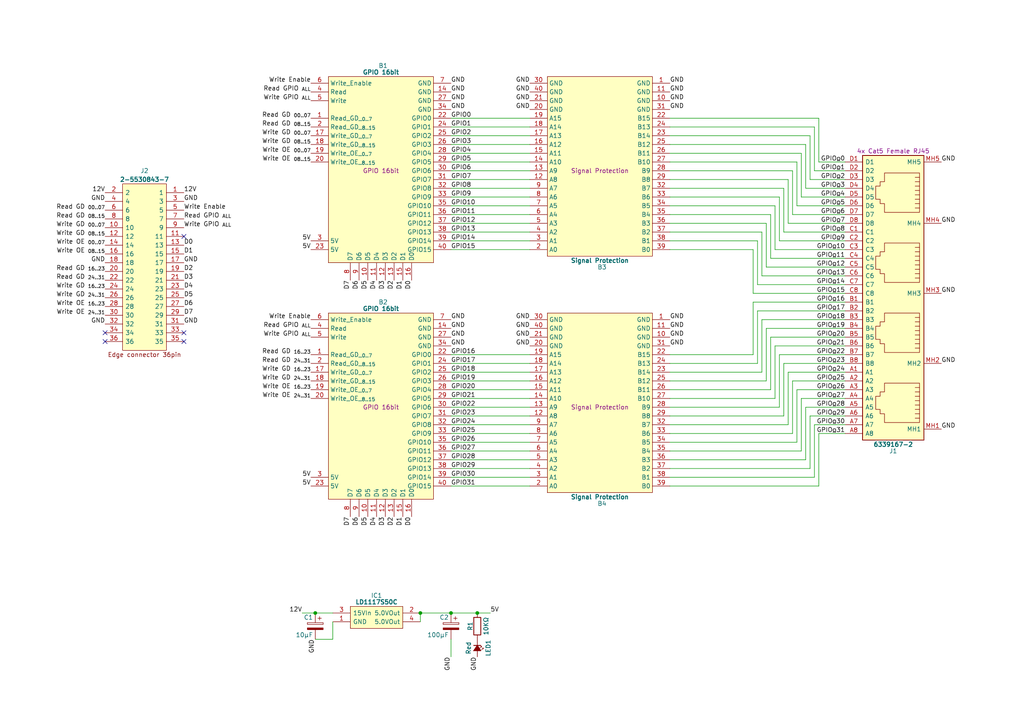
<source format=kicad_sch>
(kicad_sch (version 20231120) (generator "eeschema") (generator_version "8.0")
  (paper "A4")
  (title_block (title "GPIO 32bit Board") (date "2025-04-24") (rev "V1"))
  (lib_symbols
    (symbol "HCP65:C_Radial_D4.0mm_P2.00mm" (pin_numbers hide) (pin_names (offset 0.254))
      (property "Reference" "C" (at 0.635 2.54 0))
      (property "Value" "?μF" (at 0.635 -2.54 0))
      (symbol "C_Radial_D4.0mm_P2.00mm_0_1"
        (rectangle (start -2.286 0.508) (end 2.286 1.016))
        (polyline (pts (xy -1.778 2.286) (xy -0.762 2.286)))
        (polyline (pts (xy -1.27 2.794) (xy -1.27 1.778)))
        (rectangle (start 2.286 -0.508) (end -2.286 -1.016) (fill (type outline)))
      )
      (symbol "C_Radial_D4.0mm_P2.00mm_1_1"
        (pin passive line (at 0 3.81 270) (length 2.794) (name "~") (number "1"))
        (pin passive line (at 0 -3.81 90) (length 2.794) (name "~") (number "2"))
      )
    )
    (symbol "HCP65:GPIO_16bit"
      (property "Reference" "B" (at 15.875 5.08 0))
      (property "Value" "GPIO 16bit" (at 15.24 3.175 0))
      (property "Description" "GPIO 16bit" (at 15.24 -25.4 0))
      (symbol "GPIO_16bit_0_1"
        (polyline (pts (xy 0 1.905) (xy 30.48 1.905) (xy 30.48 -52.07) (xy 0 -52.07) (xy 0 1.905)) (stroke (width 0.1524)) (fill (type background)))
      )
      (symbol "GPIO_16bit_1_0"
        (pin tri_state line (at 35.56 -30.48 180) (length 5.08) (name "GPIO8") (number "32"))
        (pin tri_state line (at 35.56 -33.02 180) (length 5.08) (name "GPIO9") (number "33"))
        (pin passive line (at 35.56 -7.62 180) (length 5.08) (name "GND") (number "34"))
        (pin tri_state line (at 35.56 -35.56 180) (length 5.08) (name "GPIO10") (number "35"))
        (pin tri_state line (at 35.56 -38.1 180) (length 5.08) (name "GPIO11") (number "36"))
        (pin tri_state line (at 35.56 -40.64 180) (length 5.08) (name "GPIO12") (number "37"))
        (pin tri_state line (at 35.56 -43.18 180) (length 5.08) (name "GPIO13") (number "38"))
        (pin tri_state line (at 35.56 -45.72 180) (length 5.08) (name "GPIO14") (number "39"))
      )
      (symbol "GPIO_16bit_1_1"
        (pin input line (at -5.08 -10.16 0) (length 5.08) (name "Read_GD__{0..7}") (number "1"))
        (pin tri_state line (at 11.43 -57.15 90) (length 5.08) (name "D5") (number "10"))
        (pin tri_state line (at 13.97 -57.15 90) (length 5.08) (name "D4") (number "11"))
        (pin tri_state line (at 16.51 -57.15 90) (length 5.08) (name "D3") (number "12"))
        (pin tri_state line (at 19.05 -57.15 90) (length 5.08) (name "D2") (number "13"))
        (pin passive line (at 35.56 -2.54 180) (length 5.08) (name "GND") (number "14"))
        (pin tri_state line (at 21.59 -57.15 90) (length 5.08) (name "D1") (number "15"))
        (pin tri_state line (at 24.13 -57.15 90) (length 5.08) (name "D0") (number "16"))
        (pin input line (at -5.08 -15.24 0) (length 5.08) (name "Write_GD__{0..7}") (number "17"))
        (pin input line (at -5.08 -17.78 0) (length 5.08) (name "Write_GD__{8..15}") (number "18"))
        (pin input line (at -5.08 -20.32 0) (length 5.08) (name "Write_OE__{0..7}") (number "19"))
        (pin input line (at -5.08 -12.7 0) (length 5.08) (name "Read_GD__{8..15}") (number "2"))
        (pin input line (at -5.08 -22.86 0) (length 5.08) (name "Write_OE__{8..15}") (number "20"))
        (pin no_connect line (at -5.08 -43.18 0) (length 5.08) hide (name "N.C.") (number "21"))
        (pin tri_state line (at 35.56 -10.16 180) (length 5.08) (name "GPIO0") (number "22"))
        (pin passive line (at -5.08 -48.26 0) (length 5.08) (name "5V") (number "23"))
        (pin tri_state line (at 35.56 -12.7 180) (length 5.08) (name "GPIO1") (number "24"))
        (pin tri_state line (at 35.56 -15.24 180) (length 5.08) (name "GPIO2") (number "25"))
        (pin tri_state line (at 35.56 -17.78 180) (length 5.08) (name "GPIO3") (number "26"))
        (pin passive line (at 35.56 -5.08 180) (length 5.08) (name "GND") (number "27"))
        (pin tri_state line (at 35.56 -20.32 180) (length 5.08) (name "GPIO4") (number "28"))
        (pin tri_state line (at 35.56 -22.86 180) (length 5.08) (name "GPIO5") (number "29"))
        (pin passive line (at -5.08 -45.72 0) (length 5.08) (name "5V") (number "3"))
        (pin tri_state line (at 35.56 -25.4 180) (length 5.08) (name "GPIO6") (number "30"))
        (pin tri_state line (at 35.56 -27.94 180) (length 5.08) (name "GPIO7") (number "31"))
        (pin input line (at -5.08 -2.54 0) (length 5.08) (name "Read") (number "4"))
        (pin tri_state line (at 35.56 -48.26 180) (length 5.08) (name "GPIO15") (number "40"))
        (pin input line (at -5.08 -5.08 0) (length 5.08) (name "Write") (number "5"))
        (pin input line (at -5.08 0 0) (length 5.08) (name "Write_Enable") (number "6"))
        (pin passive line (at 35.56 0 180) (length 5.08) (name "GND") (number "7"))
        (pin tri_state line (at 6.35 -57.15 90) (length 5.08) (name "D7") (number "8"))
        (pin tri_state line (at 8.89 -57.15 90) (length 5.08) (name "D6") (number "9"))
      )
    )
    (symbol "HCP65:LED" (pin_numbers hide) (pin_names (offset 0.254) hide)
      (property "Reference" "LED" (at 0 3.175 0))
      (property "Value" "Colour" (at 0 -2.54 0))
      (symbol "LED_0_1"
        (polyline (pts (xy -0.762 -1.016) (xy -0.762 1.016)) (stroke (width 0.254)))
        (polyline (pts (xy 0.762 -1.016) (xy -0.762 0) (xy 0.762 1.016) (xy 0.762 -1.016)) (stroke (width 0.254)) (fill (type outline)))
        (polyline (pts (xy 0 0.762) (xy -0.508 1.27) (xy -0.254 1.27) (xy -0.508 1.27) (xy -0.508 1.016)))
        (polyline (pts (xy 0.508 1.27) (xy 0 1.778) (xy 0.254 1.778) (xy 0 1.778) (xy 0 1.524)))
      )
      (symbol "LED_1_1"
        (pin passive line (at -2.54 0 0) (length 1.778) (name "K") (number "1"))
        (pin passive line (at 2.54 0 180) (length 1.778) (name "A") (number "2"))
      )
    )
    (symbol "HCP65:R_Axial_D1.6mm_P5.08mm" (pin_numbers hide) (pin_names (offset 0))
      (property "Reference" "R" (at 3.81 2.032 0))
      (property "Value" "?Ω" (at 3.81 -2.286 0))
      (symbol "R_Axial_D1.6mm_P5.08mm_0_1"
        (rectangle (start 6.35 -1.016) (end 1.27 1.016) (stroke (width 0.254)))
      )
      (symbol "R_Axial_D1.6mm_P5.08mm_1_1"
        (pin passive line (at 0 0 0) (length 1.27) (name "~") (number "1"))
        (pin passive line (at 7.62 0 180) (length 1.27) (name "~") (number "2"))
      )
    )
    (symbol "HCP65:Signal_Protection"
      (property "Reference" "B" (at 15.875 5.08 0))
      (property "Value" "Signal Protection" (at 15.24 3.175 0))
      (property "Description" "Signal Protection" (at 15.24 -22.86 0))
      (symbol "Signal_Protection_0_1"
        (polyline (pts (xy 0 1.905) (xy 30.48 1.905) (xy 30.48 -50.165) (xy 0 -50.165) (xy 0 1.905)) (stroke (width 0.1524)) (fill (type background)))
      )
      (symbol "Signal_Protection_1_0"
        (pin passive line (at 35.56 -17.78 180) (length 5.08) (name "B7") (number "32"))
        (pin passive line (at 35.56 0 180) (length 5.08) (name "B0") (number "39"))
        (pin passive line (at -5.08 -45.72 0) (length 5.08) (name "GND") (number "40"))
      )
      (symbol "Signal_Protection_1_1"
        (pin passive line (at 35.56 -48.26 180) (length 5.08) (name "GND") (number "1"))
        (pin passive line (at 35.56 -43.18 180) (length 5.08) (name "GND") (number "10"))
        (pin passive line (at 35.56 -45.72 180) (length 5.08) (name "GND") (number "11"))
        (pin passive line (at -5.08 -20.32 0) (length 5.08) (name "A8") (number "12"))
        (pin passive line (at -5.08 -22.86 0) (length 5.08) (name "A9") (number "13"))
        (pin passive line (at -5.08 -25.4 0) (length 5.08) (name "A10") (number "14"))
        (pin passive line (at -5.08 -27.94 0) (length 5.08) (name "A11") (number "15"))
        (pin passive line (at -5.08 -30.48 0) (length 5.08) (name "A12") (number "16"))
        (pin passive line (at -5.08 -33.02 0) (length 5.08) (name "A13") (number "17"))
        (pin passive line (at -5.08 -35.56 0) (length 5.08) (name "A14") (number "18"))
        (pin passive line (at -5.08 -38.1 0) (length 5.08) (name "A15") (number "19"))
        (pin passive line (at -5.08 0 0) (length 5.08) (name "A0") (number "2"))
        (pin passive line (at -5.08 -40.64 0) (length 5.08) (name "GND") (number "20"))
        (pin passive line (at -5.08 -43.18 0) (length 5.08) (name "GND") (number "21"))
        (pin passive line (at 35.56 -38.1 180) (length 5.08) (name "B15") (number "22"))
        (pin passive line (at 35.56 -33.02 180) (length 5.08) (name "B14") (number "23"))
        (pin passive line (at 35.56 -35.56 180) (length 5.08) (name "B13") (number "24"))
        (pin passive line (at 35.56 -30.48 180) (length 5.08) (name "B12") (number "25"))
        (pin passive line (at 35.56 -27.94 180) (length 5.08) (name "B11") (number "26"))
        (pin passive line (at 35.56 -25.4 180) (length 5.08) (name "B10") (number "27"))
        (pin passive line (at 35.56 -22.86 180) (length 5.08) (name "B9") (number "28"))
        (pin passive line (at 35.56 -20.32 180) (length 5.08) (name "B8") (number "29"))
        (pin passive line (at -5.08 -2.54 0) (length 5.08) (name "A1") (number "3"))
        (pin passive line (at -5.08 -48.26 0) (length 5.08) (name "GND") (number "30"))
        (pin passive line (at 35.56 -40.64 180) (length 5.08) (name "GND") (number "31"))
        (pin passive line (at 35.56 -15.24 180) (length 5.08) (name "B6") (number "33"))
        (pin passive line (at 35.56 -12.7 180) (length 5.08) (name "B5") (number "34"))
        (pin passive line (at 35.56 -10.16 180) (length 5.08) (name "B4") (number "35"))
        (pin passive line (at 35.56 -7.62 180) (length 5.08) (name "B3") (number "36"))
        (pin passive line (at 35.56 -5.08 180) (length 5.08) (name "B2") (number "37"))
        (pin passive line (at 35.56 -2.54 180) (length 5.08) (name "B1") (number "38"))
        (pin passive line (at -5.08 -5.08 0) (length 5.08) (name "A2") (number "4"))
        (pin passive line (at -5.08 -7.62 0) (length 5.08) (name "A3") (number "5"))
        (pin passive line (at -5.08 -10.16 0) (length 5.08) (name "A4") (number "6"))
        (pin passive line (at -5.08 -12.7 0) (length 5.08) (name "A5") (number "7"))
        (pin passive line (at -5.08 -15.24 0) (length 5.08) (name "A6") (number "8"))
        (pin passive line (at -5.08 -17.78 0) (length 5.08) (name "A7") (number "9"))
      )
    )
    (symbol "ST_Microelectronics:LD1117S50C" (pin_names (offset 0.762))
      (property "Reference" "IC" (at 7.62 5.08 0))
      (property "Value" "LD1117S50C" (at 7.62 3.175 0))
      (symbol "LD1117S50C_0_0"
        (pin passive line (at -5.08 -2.54 0) (length 5.08) (name "GND") (number "1"))
      )
      (symbol "LD1117S50C_0_1"
        (polyline (pts (xy 0 1.905) (xy 15.24 1.905) (xy 15.24 -4.445) (xy 0 -4.445) (xy 0 1.905)) (stroke (width 0.1524)) (fill (type background)))
      )
      (symbol "LD1117S50C_1_0"
        (pin passive line (at 20.32 0 180) (length 5.08) (name "5.0VOut") (number "2"))
        (pin passive line (at -5.08 0 0) (length 5.08) (name "15VIn") (number "3"))
        (pin passive line (at 20.32 -2.54 180) (length 5.08) (name "5.0VOut") (number "4"))
      )
    )
    (symbol "TE_Connectivity:2-5530843-7" (pin_names (offset 0.762))
      (property "Reference" "J" (at 11.43 6.35 0))
      (property "Value" "2-5530843-7" (at 11.43 3.81 0))
      (symbol "2-5530843-7_0_0"
        (pin passive line (at 0 0 0) (length 5.08) (name "1") (number "1"))
        (pin passive line (at 22.86 -10.16 180) (length 5.08) (name "10") (number "10"))
        (pin passive line (at 0 -12.7 0) (length 5.08) (name "11") (number "11"))
        (pin passive line (at 22.86 -12.7 180) (length 5.08) (name "12") (number "12"))
        (pin passive line (at 0 -15.24 0) (length 5.08) (name "13") (number "13"))
        (pin passive line (at 22.86 -15.24 180) (length 5.08) (name "14") (number "14"))
        (pin passive line (at 0 -17.78 0) (length 5.08) (name "15") (number "15"))
        (pin passive line (at 22.86 -17.78 180) (length 5.08) (name "16") (number "16"))
        (pin passive line (at 0 -20.32 0) (length 5.08) (name "17") (number "17"))
        (pin passive line (at 22.86 -20.32 180) (length 5.08) (name "18") (number "18"))
        (pin passive line (at 0 -22.86 0) (length 5.08) (name "19") (number "19"))
        (pin passive line (at 22.86 0 180) (length 5.08) (name "2") (number "2"))
        (pin passive line (at 22.86 -22.86 180) (length 5.08) (name "20") (number "20"))
        (pin passive line (at 0 -25.4 0) (length 5.08) (name "21") (number "21"))
        (pin passive line (at 22.86 -25.4 180) (length 5.08) (name "22") (number "22"))
        (pin passive line (at 0 -27.94 0) (length 5.08) (name "23") (number "23"))
        (pin passive line (at 22.86 -27.94 180) (length 5.08) (name "24") (number "24"))
        (pin passive line (at 0 -30.48 0) (length 5.08) (name "25") (number "25"))
        (pin passive line (at 22.86 -30.48 180) (length 5.08) (name "26") (number "26"))
        (pin passive line (at 0 -33.02 0) (length 5.08) (name "27") (number "27"))
        (pin passive line (at 22.86 -33.02 180) (length 5.08) (name "28") (number "28"))
        (pin passive line (at 0 -35.56 0) (length 5.08) (name "29") (number "29"))
        (pin passive line (at 0 -2.54 0) (length 5.08) (name "3") (number "3"))
        (pin passive line (at 22.86 -35.56 180) (length 5.08) (name "30") (number "30"))
        (pin passive line (at 0 -38.1 0) (length 5.08) (name "31") (number "31"))
        (pin passive line (at 22.86 -38.1 180) (length 5.08) (name "32") (number "32"))
        (pin passive line (at 0 -40.64 0) (length 5.08) (name "33") (number "33"))
        (pin passive line (at 22.86 -40.64 180) (length 5.08) (name "34") (number "34"))
        (pin passive line (at 0 -43.18 0) (length 5.08) (name "35") (number "35"))
        (pin passive line (at 22.86 -43.18 180) (length 5.08) (name "36") (number "36"))
        (pin passive line (at 22.86 -2.54 180) (length 5.08) (name "4") (number "4"))
        (pin passive line (at 0 -5.08 0) (length 5.08) (name "5") (number "5"))
        (pin passive line (at 22.86 -5.08 180) (length 5.08) (name "6") (number "6"))
        (pin passive line (at 0 -7.62 0) (length 5.08) (name "7") (number "7"))
        (pin passive line (at 22.86 -7.62 180) (length 5.08) (name "8") (number "8"))
        (pin passive line (at 0 -10.16 0) (length 5.08) (name "9") (number "9"))
      )
      (symbol "2-5530843-7_1_1"
        (polyline (pts (xy 5.08 2.54) (xy 17.78 2.54) (xy 17.78 -45.72) (xy 5.08 -45.72) (xy 5.08 2.54)) (stroke (width 0.1524)) (fill (type background)))
        (text "Edge connector 36pin" (at 11.43 -46.99 0) (effects (font (size 1.27 1.27))))
      )
    )
    (symbol "TE_Connectivity:6339167-2" (pin_names (offset 0.762))
      (property "Reference" "J" (at -13.97 5.08 0))
      (property "Value" "6339167-2" (at -13.97 3.175 0))
      (property "Description" "4x Cat5 Female RJ45" (at -13.97 -81.915 0))
      (symbol "6339167-2_0_0"
        (pin passive line (at 0 -17.78 180) (length 5.08) (name "A1") (number "A1"))
        (pin passive line (at 0 -15.24 180) (length 5.08) (name "A2") (number "A2"))
        (pin passive line (at 0 -12.7 180) (length 5.08) (name "A3") (number "A3"))
        (pin passive line (at 0 -10.16 180) (length 5.08) (name "A4") (number "A4"))
        (pin passive line (at 0 -7.62 180) (length 5.08) (name "A5") (number "A5"))
        (pin passive line (at 0 -5.08 180) (length 5.08) (name "A6") (number "A6"))
        (pin passive line (at 0 -2.54 180) (length 5.08) (name "A7") (number "A7"))
        (pin passive line (at 0 0 180) (length 5.08) (name "A8") (number "A8"))
        (pin passive line (at 0 -38.1 180) (length 5.08) (name "B1") (number "B1"))
        (pin passive line (at 0 -35.56 180) (length 5.08) (name "B2") (number "B2"))
        (pin passive line (at 0 -33.02 180) (length 5.08) (name "B3") (number "B3"))
        (pin passive line (at 0 -30.48 180) (length 5.08) (name "B4") (number "B4"))
        (pin passive line (at 0 -27.94 180) (length 5.08) (name "B5") (number "B5"))
        (pin passive line (at 0 -25.4 180) (length 5.08) (name "B6") (number "B6"))
        (pin passive line (at 0 -22.86 180) (length 5.08) (name "B7") (number "B7"))
        (pin passive line (at 0 -20.32 180) (length 5.08) (name "B8") (number "B8"))
        (pin passive line (at 0 -58.42 180) (length 5.08) (name "C1") (number "C1"))
        (pin passive line (at 0 -55.88 180) (length 5.08) (name "C2") (number "C2"))
        (pin passive line (at 0 -53.34 180) (length 5.08) (name "C3") (number "C3"))
        (pin passive line (at 0 -50.8 180) (length 5.08) (name "C4") (number "C4"))
        (pin passive line (at 0 -48.26 180) (length 5.08) (name "C5") (number "C5"))
        (pin passive line (at 0 -45.72 180) (length 5.08) (name "C6") (number "C6"))
        (pin passive line (at 0 -43.18 180) (length 5.08) (name "C7") (number "C7"))
        (pin passive line (at 0 -40.64 180) (length 5.08) (name "C8") (number "C8"))
        (pin passive line (at 0 -78.74 180) (length 5.08) (name "D1") (number "D1"))
        (pin passive line (at 0 -76.2 180) (length 5.08) (name "D2") (number "D2"))
        (pin passive line (at 0 -73.66 180) (length 5.08) (name "D3") (number "D3"))
        (pin passive line (at 0 -71.12 180) (length 5.08) (name "D4") (number "D4"))
        (pin passive line (at 0 -68.58 180) (length 5.08) (name "D5") (number "D5"))
        (pin passive line (at 0 -66.04 180) (length 5.08) (name "D6") (number "D6"))
        (pin passive line (at 0 -63.5 180) (length 5.08) (name "D7") (number "D7"))
        (pin passive line (at 0 -60.96 180) (length 5.08) (name "D8") (number "D8"))
        (pin passive line (at -27.94 -1.27 0) (length 5.08) (name "MH1") (number "MH1"))
        (pin passive line (at -27.94 -20.32 0) (length 5.08) (name "MH2") (number "MH2"))
        (pin passive line (at -27.94 -40.64 0) (length 5.08) (name "MH3") (number "MH3"))
        (pin passive line (at -27.94 -60.96 0) (length 5.08) (name "MH4") (number "MH4"))
        (pin passive line (at -27.94 -78.74 0) (length 5.08) (name "MH5") (number "MH5"))
      )
      (symbol "6339167-2_0_1"
        (rectangle (start -22.86 1.905) (end -5.08 -80.645) (stroke (width 0.254)) (fill (type background)))
        (polyline (pts (xy -20.32 -66.675) (xy -21.59 -66.675)))
        (polyline (pts (xy -20.32 -65.405) (xy -21.59 -65.405)))
        (polyline (pts (xy -20.32 -46.355) (xy -21.59 -46.355)))
        (polyline (pts (xy -20.32 -45.085) (xy -21.59 -45.085)))
        (polyline (pts (xy -20.32 -26.035) (xy -21.59 -26.035)))
        (polyline (pts (xy -20.32 -24.765) (xy -21.59 -24.765)))
        (polyline (pts (xy -20.32 -5.715) (xy -21.59 -5.715)))
        (polyline (pts (xy -20.32 -4.445) (xy -21.59 -4.445)))
        (polyline (pts (xy -21.59 -74.295) (xy -20.32 -74.295) (xy -20.32 -74.295)))
        (polyline (pts (xy -21.59 -73.025) (xy -20.32 -73.025) (xy -20.32 -73.025)))
        (polyline (pts (xy -21.59 -71.755) (xy -20.32 -71.755) (xy -20.32 -71.755)))
        (polyline (pts (xy -21.59 -70.485) (xy -20.32 -70.485) (xy -20.32 -70.485)))
        (polyline (pts (xy -21.59 -69.215) (xy -20.32 -69.215) (xy -20.32 -69.215)))
        (polyline (pts (xy -21.59 -53.975) (xy -20.32 -53.975) (xy -20.32 -53.975)))
        (polyline (pts (xy -21.59 -52.705) (xy -20.32 -52.705) (xy -20.32 -52.705)))
        (polyline (pts (xy -21.59 -51.435) (xy -20.32 -51.435) (xy -20.32 -51.435)))
        (polyline (pts (xy -21.59 -50.165) (xy -20.32 -50.165) (xy -20.32 -50.165)))
        (polyline (pts (xy -21.59 -48.895) (xy -20.32 -48.895) (xy -20.32 -48.895)))
        (polyline (pts (xy -21.59 -33.655) (xy -20.32 -33.655) (xy -20.32 -33.655)))
        (polyline (pts (xy -21.59 -32.385) (xy -20.32 -32.385) (xy -20.32 -32.385)))
        (polyline (pts (xy -21.59 -31.115) (xy -20.32 -31.115) (xy -20.32 -31.115)))
        (polyline (pts (xy -21.59 -29.845) (xy -20.32 -29.845) (xy -20.32 -29.845)))
        (polyline (pts (xy -21.59 -28.575) (xy -20.32 -28.575) (xy -20.32 -28.575)))
        (polyline (pts (xy -21.59 -13.335) (xy -20.32 -13.335) (xy -20.32 -13.335)))
        (polyline (pts (xy -21.59 -12.065) (xy -20.32 -12.065) (xy -20.32 -12.065)))
        (polyline (pts (xy -21.59 -10.795) (xy -20.32 -10.795) (xy -20.32 -10.795)))
        (polyline (pts (xy -21.59 -9.525) (xy -20.32 -9.525) (xy -20.32 -9.525)))
        (polyline (pts (xy -21.59 -8.255) (xy -20.32 -8.255) (xy -20.32 -8.255)))
        (polyline (pts (xy -20.32 -67.945) (xy -21.59 -67.945) (xy -21.59 -67.945)))
        (polyline (pts (xy -20.32 -47.625) (xy -21.59 -47.625) (xy -21.59 -47.625)))
        (polyline (pts (xy -20.32 -27.305) (xy -21.59 -27.305) (xy -21.59 -27.305)))
        (polyline (pts (xy -20.32 -6.985) (xy -21.59 -6.985) (xy -21.59 -6.985)))
        (polyline (pts (xy -21.59 -75.565) (xy -21.59 -64.135) (xy -11.43 -64.135) (xy -11.43 -66.675) (xy -10.16 -66.675) (xy -10.16 -67.945) (xy -8.89 -67.945) (xy -8.89 -71.755) (xy -10.16 -71.755) (xy -10.16 -73.025) (xy -11.43 -73.025) (xy -11.43 -75.565) (xy -21.59 -75.565) (xy -21.59 -75.565)))
        (polyline (pts (xy -21.59 -55.245) (xy -21.59 -43.815) (xy -11.43 -43.815) (xy -11.43 -46.355) (xy -10.16 -46.355) (xy -10.16 -47.625) (xy -8.89 -47.625) (xy -8.89 -51.435) (xy -10.16 -51.435) (xy -10.16 -52.705) (xy -11.43 -52.705) (xy -11.43 -55.245) (xy -21.59 -55.245) (xy -21.59 -55.245)))
        (polyline (pts (xy -21.59 -34.925) (xy -21.59 -23.495) (xy -11.43 -23.495) (xy -11.43 -26.035) (xy -10.16 -26.035) (xy -10.16 -27.305) (xy -8.89 -27.305) (xy -8.89 -31.115) (xy -10.16 -31.115) (xy -10.16 -32.385) (xy -11.43 -32.385) (xy -11.43 -34.925) (xy -21.59 -34.925) (xy -21.59 -34.925)))
        (polyline (pts (xy -21.59 -14.605) (xy -21.59 -3.175) (xy -11.43 -3.175) (xy -11.43 -5.715) (xy -10.16 -5.715) (xy -10.16 -6.985) (xy -8.89 -6.985) (xy -8.89 -10.795) (xy -10.16 -10.795) (xy -10.16 -12.065) (xy -11.43 -12.065) (xy -11.43 -14.605) (xy -21.59 -14.605) (xy -21.59 -14.605)))
      )
    )
  )
  (junction (at 91.44 177.8))
  (junction (at 130.81 177.8))
  (junction (at 121.92 177.8))
  (junction (at 138.43 177.8))
  (no_connect (at 53.34 68.58))
  (no_connect (at 30.48 96.52))
  (no_connect (at 53.34 99.06))
  (no_connect (at 53.34 96.52))
  (no_connect (at 30.48 99.06))
  (wire (pts (xy 87.63 177.8) (xy 91.44 177.8)))
  (wire (pts (xy 130.81 185.42) (xy 130.81 190.5)))
  (wire (pts (xy 153.67 110.49) (xy 130.81 110.49)))
  (wire (pts (xy 228.6 64.77) (xy 228.6 52.07)))
  (wire (pts (xy 229.87 110.49) (xy 229.87 125.73)))
  (wire (pts (xy 194.31 39.37) (xy 234.95 39.37)))
  (wire (pts (xy 228.6 107.95) (xy 228.6 123.19)))
  (wire (pts (xy 194.31 41.91) (xy 233.68 41.91)))
  (wire (pts (xy 223.52 97.79) (xy 223.52 113.03)))
  (wire (pts (xy 236.22 49.53) (xy 236.22 36.83)))
  (wire (pts (xy 237.49 125.73) (xy 237.49 140.97)))
  (wire (pts (xy 153.67 118.11) (xy 130.81 118.11)))
  (wire (pts (xy 194.31 113.03) (xy 223.52 113.03)))
  (wire (pts (xy 153.67 64.77) (xy 130.81 64.77)))
  (wire (pts (xy 194.31 34.29) (xy 237.49 34.29)))
  (wire (pts (xy 194.31 54.61) (xy 227.33 54.61)))
  (wire (pts (xy 219.71 90.17) (xy 245.11 90.17)))
  (wire (pts (xy 153.67 105.41) (xy 130.81 105.41)))
  (wire (pts (xy 194.31 36.83) (xy 236.22 36.83)))
  (wire (pts (xy 153.67 133.35) (xy 130.81 133.35)))
  (wire (pts (xy 227.33 105.41) (xy 227.33 120.65)))
  (wire (pts (xy 234.95 120.65) (xy 245.11 120.65)))
  (wire (pts (xy 130.81 107.95) (xy 153.67 107.95)))
  (wire (pts (xy 153.67 41.91) (xy 130.81 41.91)))
  (wire (pts (xy 229.87 62.23) (xy 229.87 49.53)))
  (wire (pts (xy 231.14 59.69) (xy 245.11 59.69)))
  (wire (pts (xy 231.14 113.03) (xy 231.14 128.27)))
  (wire (pts (xy 229.87 62.23) (xy 245.11 62.23)))
  (wire (pts (xy 219.71 82.55) (xy 245.11 82.55)))
  (wire (pts (xy 194.31 46.99) (xy 231.14 46.99)))
  (wire (pts (xy 233.68 118.11) (xy 233.68 133.35)))
  (wire (pts (xy 233.68 118.11) (xy 245.11 118.11)))
  (wire (pts (xy 121.92 177.8) (xy 130.81 177.8)))
  (wire (pts (xy 194.31 128.27) (xy 231.14 128.27)))
  (wire (pts (xy 194.31 118.11) (xy 226.06 118.11)))
  (wire (pts (xy 222.25 95.25) (xy 222.25 110.49)))
  (wire (pts (xy 153.67 102.87) (xy 130.81 102.87)))
  (wire (pts (xy 236.22 123.19) (xy 236.22 138.43)))
  (wire (pts (xy 222.25 77.47) (xy 245.11 77.47)))
  (wire (pts (xy 153.67 62.23) (xy 130.81 62.23)))
  (wire (pts (xy 194.31 72.39) (xy 218.44 72.39)))
  (wire (pts (xy 234.95 120.65) (xy 234.95 135.89)))
  (wire (pts (xy 138.43 177.8) (xy 142.24 177.8)))
  (wire (pts (xy 233.68 54.61) (xy 233.68 41.91)))
  (wire (pts (xy 232.41 57.15) (xy 232.41 44.45)))
  (wire (pts (xy 218.44 85.09) (xy 245.11 85.09)))
  (wire (pts (xy 237.49 46.99) (xy 245.11 46.99)))
  (wire (pts (xy 194.31 69.85) (xy 219.71 69.85)))
  (wire (pts (xy 194.31 105.41) (xy 219.71 105.41)))
  (wire (pts (xy 153.67 67.31) (xy 130.81 67.31)))
  (wire (pts (xy 231.14 113.03) (xy 245.11 113.03)))
  (wire (pts (xy 194.31 57.15) (xy 226.06 57.15)))
  (wire (pts (xy 222.25 77.47) (xy 222.25 64.77)))
  (wire (pts (xy 194.31 107.95) (xy 220.98 107.95)))
  (wire (pts (xy 224.79 100.33) (xy 224.79 115.57)))
  (wire (pts (xy 220.98 80.01) (xy 220.98 67.31)))
  (wire (pts (xy 237.49 125.73) (xy 245.11 125.73)))
  (wire (pts (xy 233.68 54.61) (xy 245.11 54.61)))
  (wire (pts (xy 218.44 87.63) (xy 218.44 102.87)))
  (wire (pts (xy 153.67 120.65) (xy 130.81 120.65)))
  (wire (pts (xy 153.67 59.69) (xy 130.81 59.69)))
  (wire (pts (xy 227.33 105.41) (xy 245.11 105.41)))
  (wire (pts (xy 228.6 107.95) (xy 245.11 107.95)))
  (wire (pts (xy 224.79 72.39) (xy 224.79 59.69)))
  (wire (pts (xy 194.31 44.45) (xy 232.41 44.45)))
  (wire (pts (xy 130.81 39.37) (xy 153.67 39.37)))
  (wire (pts (xy 153.67 123.19) (xy 130.81 123.19)))
  (wire (pts (xy 194.31 62.23) (xy 223.52 62.23)))
  (wire (pts (xy 121.92 177.8) (xy 121.92 180.34)))
  (wire (pts (xy 194.31 64.77) (xy 222.25 64.77)))
  (wire (pts (xy 153.67 128.27) (xy 130.81 128.27)))
  (wire (pts (xy 91.44 177.8) (xy 96.52 177.8)))
  (wire (pts (xy 153.67 49.53) (xy 130.81 49.53)))
  (wire (pts (xy 194.31 120.65) (xy 227.33 120.65)))
  (wire (pts (xy 194.31 138.43) (xy 236.22 138.43)))
  (wire (pts (xy 232.41 115.57) (xy 245.11 115.57)))
  (wire (pts (xy 218.44 85.09) (xy 218.44 72.39)))
  (wire (pts (xy 222.25 95.25) (xy 245.11 95.25)))
  (wire (pts (xy 236.22 49.53) (xy 245.11 49.53)))
  (wire (pts (xy 153.67 69.85) (xy 130.81 69.85)))
  (wire (pts (xy 194.31 135.89) (xy 234.95 135.89)))
  (wire (pts (xy 153.67 57.15) (xy 130.81 57.15)))
  (wire (pts (xy 130.81 177.8) (xy 138.43 177.8)))
  (wire (pts (xy 153.67 125.73) (xy 130.81 125.73)))
  (wire (pts (xy 231.14 59.69) (xy 231.14 46.99)))
  (wire (pts (xy 219.71 90.17) (xy 219.71 105.41)))
  (wire (pts (xy 229.87 110.49) (xy 245.11 110.49)))
  (wire (pts (xy 96.52 185.42) (xy 91.44 185.42)))
  (wire (pts (xy 194.31 110.49) (xy 222.25 110.49)))
  (wire (pts (xy 153.67 140.97) (xy 130.81 140.97)))
  (wire (pts (xy 153.67 138.43) (xy 130.81 138.43)))
  (wire (pts (xy 227.33 67.31) (xy 245.11 67.31)))
  (wire (pts (xy 153.67 34.29) (xy 130.81 34.29)))
  (wire (pts (xy 224.79 72.39) (xy 245.11 72.39)))
  (wire (pts (xy 153.67 36.83) (xy 130.81 36.83)))
  (wire (pts (xy 226.06 102.87) (xy 226.06 118.11)))
  (wire (pts (xy 194.31 67.31) (xy 220.98 67.31)))
  (wire (pts (xy 234.95 52.07) (xy 234.95 39.37)))
  (wire (pts (xy 153.67 46.99) (xy 130.81 46.99)))
  (wire (pts (xy 232.41 115.57) (xy 232.41 130.81)))
  (wire (pts (xy 232.41 57.15) (xy 245.11 57.15)))
  (wire (pts (xy 194.31 130.81) (xy 232.41 130.81)))
  (wire (pts (xy 220.98 92.71) (xy 220.98 107.95)))
  (wire (pts (xy 234.95 52.07) (xy 245.11 52.07)))
  (wire (pts (xy 227.33 67.31) (xy 227.33 54.61)))
  (wire (pts (xy 153.67 130.81) (xy 130.81 130.81)))
  (wire (pts (xy 194.31 59.69) (xy 224.79 59.69)))
  (wire (pts (xy 237.49 46.99) (xy 237.49 34.29)))
  (wire (pts (xy 218.44 87.63) (xy 245.11 87.63)))
  (wire (pts (xy 153.67 52.07) (xy 130.81 52.07)))
  (wire (pts (xy 194.31 123.19) (xy 228.6 123.19)))
  (wire (pts (xy 153.67 72.39) (xy 130.81 72.39)))
  (wire (pts (xy 219.71 82.55) (xy 219.71 69.85)))
  (wire (pts (xy 224.79 100.33) (xy 245.11 100.33)))
  (wire (pts (xy 223.52 74.93) (xy 245.11 74.93)))
  (wire (pts (xy 153.67 135.89) (xy 130.81 135.89)))
  (wire (pts (xy 194.31 52.07) (xy 228.6 52.07)))
  (wire (pts (xy 194.31 125.73) (xy 229.87 125.73)))
  (wire (pts (xy 153.67 115.57) (xy 130.81 115.57)))
  (wire (pts (xy 223.52 97.79) (xy 245.11 97.79)))
  (wire (pts (xy 153.67 54.61) (xy 130.81 54.61)))
  (wire (pts (xy 226.06 69.85) (xy 245.11 69.85)))
  (wire (pts (xy 228.6 64.77) (xy 245.11 64.77)))
  (wire (pts (xy 194.31 140.97) (xy 237.49 140.97)))
  (wire (pts (xy 153.67 113.03) (xy 130.81 113.03)))
  (wire (pts (xy 223.52 74.93) (xy 223.52 62.23)))
  (wire (pts (xy 194.31 49.53) (xy 229.87 49.53)))
  (wire (pts (xy 226.06 102.87) (xy 245.11 102.87)))
  (wire (pts (xy 96.52 180.34) (xy 96.52 185.42)))
  (wire (pts (xy 236.22 123.19) (xy 245.11 123.19)))
  (wire (pts (xy 226.06 69.85) (xy 226.06 57.15)))
  (wire (pts (xy 194.31 115.57) (xy 224.79 115.57)))
  (wire (pts (xy 220.98 92.71) (xy 245.11 92.71)))
  (wire (pts (xy 153.67 44.45) (xy 130.81 44.45)))
  (wire (pts (xy 220.98 80.01) (xy 245.11 80.01)))
  (wire (pts (xy 194.31 133.35) (xy 233.68 133.35)))
  (wire (pts (xy 194.31 102.87) (xy 218.44 102.87)))
  (label "GND" (at 194.31 24.13 0))
  (label "Write GD _{08..15}" (at 30.48 68.58 180))
  (label "GPIO_{Ω}9" (at 245.11 69.85 180))
  (label "GPIO13" (at 130.81 67.31 0))
  (label "Write OE _{08..15}" (at 90.17 46.99 180))
  (label "GND" (at 153.67 24.13 180))
  (label "Write Enable" (at 90.17 92.71 180))
  (label "GPIO_{Ω}7" (at 245.11 64.77 180))
  (label "Write GD _{00..07}" (at 90.17 39.37 180))
  (label "GND" (at 273.05 105.41 0))
  (label "GPIO_{Ω}8" (at 245.11 67.31 180))
  (label "Write GD _{08..15}" (at 90.17 41.91 180))
  (label "GPIO2" (at 130.81 39.37 0))
  (label "GPIO1" (at 130.81 36.83 0))
  (label "GPIO_{Ω}28" (at 245.11 118.11 180))
  (label "GPIO_{Ω}17" (at 245.11 90.17 180))
  (label "GPIO7" (at 130.81 52.07 0))
  (label "Read GD _{16..23}" (at 30.48 78.74 180))
  (label "Read GD _{16..23}" (at 90.17 102.87 180))
  (label "GPIO16" (at 130.81 102.87 0))
  (label "GPIO_{Ω}26" (at 245.11 113.03 180))
  (label "5V" (at 90.17 140.97 180))
  (label "D3" (at 111.76 81.28 270))
  (label "GPIO_{Ω}31" (at 245.11 125.73 180))
  (label "GND" (at 194.31 95.25 0))
  (label "GPIO_{Ω}14" (at 245.11 82.55 180))
  (label "GND" (at 30.48 76.2 180))
  (label "GND" (at 53.34 58.42 0))
  (label "GPIO0" (at 130.81 34.29 0))
  (label "GPIO_{Ω}18" (at 245.11 92.71 180))
  (label "GPIO_{Ω}5" (at 245.11 59.69 180))
  (label "D0" (at 53.34 71.12 0))
  (label "GND" (at 194.31 92.71 0))
  (label "GPIO5" (at 130.81 46.99 0))
  (label "GPIO12" (at 130.81 64.77 0))
  (label "GPIO24" (at 130.81 123.19 0))
  (label "Write GD _{24..31}" (at 90.17 110.49 180))
  (label "GPIO14" (at 130.81 69.85 0))
  (label "GPIO_{Ω}12" (at 245.11 77.47 180))
  (label "D4" (at 109.22 149.86 270))
  (label "Read GPIO _{ALL}" (at 53.34 63.5 0))
  (label "GPIO6" (at 130.81 49.53 0))
  (label "5V" (at 90.17 138.43 180))
  (label "5V" (at 142.24 177.8 0))
  (label "GND" (at 130.81 26.67 0))
  (label "GPIO11" (at 130.81 62.23 0))
  (label "GND" (at 138.43 190.5 270))
  (label "D2" (at 114.3 149.86 270))
  (label "GPIO29" (at 130.81 135.89 0))
  (label "Read GPIO _{ALL}" (at 90.17 26.67 180))
  (label "D3" (at 53.34 81.28 0))
  (label "GPIO30" (at 130.81 138.43 0))
  (label "GND" (at 194.31 97.79 0))
  (label "GND" (at 153.67 97.79 180))
  (label "GPIO_{Ω}25" (at 245.11 110.49 180))
  (label "Read GD _{08..15}" (at 90.17 36.83 180))
  (label "Write GD _{24..31}" (at 30.48 86.36 180))
  (label "D7" (at 101.6 149.86 270))
  (label "D5" (at 106.68 149.86 270))
  (label "GND" (at 130.81 29.21 0))
  (label "GPIO_{Ω}16" (at 245.11 87.63 180))
  (label "D6" (at 53.34 88.9 0))
  (label "Read GD _{24..31}" (at 90.17 105.41 180))
  (label "5V" (at 90.17 72.39 180))
  (label "GPIO_{Ω}2" (at 245.11 52.07 180))
  (label "GND" (at 194.31 31.75 0))
  (label "GND" (at 153.67 92.71 180))
  (label "GPIO_{Ω}1" (at 245.11 49.53 180))
  (label "D5" (at 106.68 81.28 270))
  (label "GND" (at 130.81 31.75 0))
  (label "GPIO22" (at 130.81 118.11 0))
  (label "D3" (at 111.76 149.86 270))
  (label "GND" (at 130.81 92.71 0))
  (label "D0" (at 119.38 81.28 270))
  (label "Read GD _{08..15}" (at 30.48 63.5 180))
  (label "Write OE _{00..07}" (at 90.17 44.45 180))
  (label "12V" (at 30.48 55.88 180))
  (label "GND" (at 130.81 190.5 270))
  (label "GPIO31" (at 130.81 140.97 0))
  (label "GND" (at 153.67 26.67 180))
  (label "D4" (at 53.34 83.82 0))
  (label "D1" (at 116.84 149.86 270))
  (label "Read GD _{24..31}" (at 30.48 81.28 180))
  (label "D2" (at 114.3 81.28 270))
  (label "D5" (at 53.34 86.36 0))
  (label "GPIO10" (at 130.81 59.69 0))
  (label "GPIO_{Ω}21" (at 245.11 100.33 180))
  (label "GPIO9" (at 130.81 57.15 0))
  (label "GPIO_{Ω}30" (at 245.11 123.19 180))
  (label "GPIO_{Ω}0" (at 245.11 46.99 180))
  (label "GND" (at 273.05 124.46 0))
  (label "D6" (at 104.14 149.86 270))
  (label "GND" (at 273.05 46.99 0))
  (label "GND" (at 130.81 100.33 0))
  (label "GPIO17" (at 130.81 105.41 0))
  (label "D7" (at 53.34 91.44 0))
  (label "D1" (at 116.84 81.28 270))
  (label "Write OE _{24..31}" (at 30.48 91.44 180))
  (label "Write OE _{08..15}" (at 30.48 73.66 180))
  (label "GPIO_{Ω}23" (at 245.11 105.41 180))
  (label "Write GD _{00..07}" (at 30.48 66.04 180))
  (label "GPIO25" (at 130.81 125.73 0))
  (label "GPIO20" (at 130.81 113.03 0))
  (label "GPIO27" (at 130.81 130.81 0))
  (label "D0" (at 119.38 149.86 270))
  (label "GND" (at 30.48 58.42 180))
  (label "GND" (at 53.34 93.98 0))
  (label "Write OE _{24..31}" (at 90.17 115.57 180))
  (label "D7" (at 101.6 81.28 270))
  (label "Write OE _{16..23}" (at 90.17 113.03 180))
  (label "D2" (at 53.34 78.74 0))
  (label "GND" (at 30.48 93.98 180))
  (label "GPIO26" (at 130.81 128.27 0))
  (label "GND" (at 273.05 64.77 0))
  (label "GND" (at 130.81 97.79 0))
  (label "GND" (at 153.67 31.75 180))
  (label "Write GD _{16..23}" (at 30.48 83.82 180))
  (label "GPIO3" (at 130.81 41.91 0))
  (label "Write Enable" (at 90.17 24.13 180))
  (label "GPIO_{Ω}6" (at 245.11 62.23 180))
  (label "GPIO_{Ω}19" (at 245.11 95.25 180))
  (label "Write GPIO _{ALL}" (at 90.17 29.21 180))
  (label "GPIO28" (at 130.81 133.35 0))
  (label "D6" (at 104.14 81.28 270))
  (label "GPIO_{Ω}24" (at 245.11 107.95 180))
  (label "GPIO23" (at 130.81 120.65 0))
  (label "5V" (at 90.17 69.85 180))
  (label "GND" (at 153.67 100.33 180))
  (label "D1" (at 53.34 73.66 0))
  (label "Write GD _{16..23}" (at 90.17 107.95 180))
  (label "GND" (at 130.81 95.25 0))
  (label "GPIO_{Ω}29" (at 245.11 120.65 180))
  (label "GPIO_{Ω}20" (at 245.11 97.79 180))
  (label "GPIO15" (at 130.81 72.39 0))
  (label "GPIO_{Ω}27" (at 245.11 115.57 180))
  (label "GND" (at 153.67 95.25 180))
  (label "D4" (at 109.22 81.28 270))
  (label "GND" (at 273.05 85.09 0))
  (label "Write GPIO _{ALL}" (at 53.34 66.04 0))
  (label "GPIO_{Ω}10" (at 245.11 72.39 180))
  (label "GND" (at 130.81 24.13 0))
  (label "GND" (at 53.34 76.2 0))
  (label "GPIO_{Ω}15" (at 245.11 85.09 180))
  (label "Write GPIO _{ALL}" (at 90.17 97.79 180))
  (label "GPIO19" (at 130.81 110.49 0))
  (label "Write Enable" (at 53.34 60.96 0))
  (label "GPIO_{Ω}3" (at 245.11 54.61 180))
  (label "12V" (at 87.63 177.8 180))
  (label "GPIO_{Ω}13" (at 245.11 80.01 180))
  (label "Read GD _{00..07}" (at 30.48 60.96 180))
  (label "GND" (at 194.31 29.21 0))
  (label "GPIO21" (at 130.81 115.57 0))
  (label "GPIO18" (at 130.81 107.95 0))
  (label "GND" (at 194.31 100.33 0))
  (label "Write OE _{16..23}" (at 30.48 88.9 180))
  (label "GPIO_{Ω}11" (at 245.11 74.93 180))
  (label "GPIO8" (at 130.81 54.61 0))
  (label "GND" (at 153.67 29.21 180))
  (label "Read GD _{00..07}" (at 90.17 34.29 180))
  (label "GPIO_{Ω}4" (at 245.11 57.15 180))
  (label "Write OE _{00..07}" (at 30.48 71.12 180))
  (label "GPIO4" (at 130.81 44.45 0))
  (label "Read GPIO _{ALL}" (at 90.17 95.25 180))
  (label "12V" (at 53.34 55.88 0))
  (label "GND" (at 194.31 26.67 0))
  (label "GND" (at 91.44 185.42 270))
  (label "GPIO_{Ω}22" (at 245.11 102.87 180))
  (symbol (lib_id "HCP65:Signal_Protection") (at 158.75 72.39 0) (mirror x) (unit 1)
    (property "Reference" "B3" (at 174.625 77.47 0))
    (property "Value" "Signal Protection" (at 173.99 75.565 0) (effects (font (bold yes))))
    (property "Footprint" "HCP65_Parts:HCP65_Signal_Protection" (effects (hide yes)))
    (property "Description" "Signal Protection" (at 173.99 49.53 0))
    (property "Silkscreen" "Signal Protection" (effects (hide yes)))
  )
  (symbol (lib_id "HCP65:GPIO_16bit") (at 95.25 92.71 0) (unit 1)
    (property "Reference" "B2" (at 111.125 87.63 0))
    (property "Value" "GPIO 16bit" (at 110.49 89.535 0) (effects (font (bold yes))))
    (property "Footprint" "HCP65_Parts:HCP65_GPIO_16bit" (effects (hide yes)))
    (property "Description" "GPIO 16bit" (at 110.49 118.11 0))
    (property "Silkscreen" "GPIO 16bit" (effects (hide yes)))
  )
  (symbol (lib_id "HCP65:Signal_Protection") (at 158.75 140.97 0) (mirror x) (unit 1)
    (property "Reference" "B4" (at 174.625 146.05 0))
    (property "Value" "Signal Protection" (at 173.99 144.145 0) (effects (font (bold yes))))
    (property "Footprint" "HCP65_Parts:HCP65_Signal_Protection" (effects (hide yes)))
    (property "Description" "Signal Protection" (at 173.99 118.11 0))
    (property "Silkscreen" "Signal Protection" (effects (hide yes)))
  )
  (symbol (lib_id "HCP65:GPIO_16bit") (at 95.25 24.13 0) (unit 1)
    (property "Reference" "B1" (at 111.125 19.05 0))
    (property "Value" "GPIO 16bit" (at 110.49 20.955 0) (effects (font (bold yes))))
    (property "Footprint" "HCP65_Parts:HCP65_GPIO_16bit" (effects (hide yes)))
    (property "Description" "GPIO 16bit" (at 110.49 49.53 0))
    (property "Silkscreen" "GPIO 16bit" (effects (hide yes)))
  )
  (symbol (lib_id "HCP65:C_Radial_D4.0mm_P2.00mm") (at 130.81 181.61 0) (mirror y) (unit 1)
    (property "Reference" "C2" (at 130.175 179.07 0) (effects (justify left)))
    (property "Value" "100μF" (at 130.175 184.15 0) (effects (justify left)))
    (property "Footprint" "SamacSys_Parts:CP_Radial_D4.0mm_P2.00mm" (effects (hide yes)))
  )
  (symbol (lib_id "HCP65:C_Radial_D4.0mm_P2.00mm") (at 91.44 181.61 0) (mirror y) (unit 1)
    (property "Reference" "C1" (at 90.805 179.07 0) (effects (justify left)))
    (property "Value" "10μF" (at 90.805 184.15 0) (effects (justify left)))
    (property "Footprint" "SamacSys_Parts:CP_Radial_D4.0mm_P2.00mm" (effects (hide yes)))
  )
  (symbol (lib_id "TE_Connectivity:6339167-2") (at 245.11 125.73 180) (unit 1)
    (property "Reference" "J1" (at 259.08 130.81 0))
    (property "Value" "6339167-2" (at 259.08 128.905 0) (effects (font (bold yes))))
    (property "Footprint" "SamacSys_Parts:63391672" (effects (hide yes)))
    (property "Datasheet" "https://www.te.com/commerce/DocumentDelivery/DDEController?Action=srchrtrv&DocNm=6339167&DocType=Customer+Drawing&DocLang=English" (effects (hide yes)))
    (property "Description" "4x Cat5 Female RJ45" (at 259.08 43.815 0))
    (property "Description_1" "Body Features: Shield Plating Material Tin over Nickel | Modular Jack Latch Orientation Standard - Latch Down | Shield Material Copper Alloy | Connector Profile Standard | PCB Ground Tab Location 4.57 MM | PCB Ground Tab Location .18 INCH | Configuration Features: Connector Contact Density Standard | Number of Panel Ground Tabs 15 | Number of Loaded Positions 8 | Status Light Type Not Illuminated | Multiple Port Configuration Ganged | Number of PCB Ground Tabs 5 | PCB Mount Orientation Right Angle | Number " (effects (hide yes)))
    (property "Height" "16.1" (effects (hide yes)))
    (property "Manufacturer_Name" "TE Connectivity" (effects (hide yes)))
    (property "Manufacturer_Part_Number" "6339167-2" (effects (hide yes)))
    (property "Mouser Part Number" "571-6339167-2" (effects (hide yes)))
    (property "Mouser Price/Stock" "https://www.mouser.co.uk/ProductDetail/TE-Connectivity-Alcoswitch/6339167-2?qs=Il0cmQ4mt8LMMudP2tjy4A%3D%3D" (effects (hide yes)))
    (property "Arrow Part Number" "6339167-2" (effects (hide yes)))
    (property "Arrow Price/Stock" "https://www.arrow.com/en/products/6339167-2/te-connectivity?region=nac" (effects (hide yes)))
  )
  (symbol (lib_id "ST_Microelectronics:LD1117S50C") (at 101.6 177.8 0) (unit 1)
    (property "Reference" "IC1" (at 109.22 172.72 0))
    (property "Value" "LD1117S50C" (at 109.22 174.625 0) (effects (font (bold yes))))
    (property "Footprint" "SamacSys_Parts:LD1117S33C" (effects (hide yes)))
    (property "Datasheet" "https://www.st.com/resource/en/datasheet/ld1117.pdf" (effects (hide yes)))
    (property "Description" "IC: voltage regulator; LDO, linear, fixed; 5.0V; 0.95A; SOT223; SMD" (effects (hide yes)))
    (property "Height" "1.8" (effects (hide yes)))
    (property "Manufacturer_Name" "STMicroelectronics" (effects (hide yes)))
    (property "Manufacturer_Part_Number" "LD1117S50C" (effects (hide yes)))
    (property "Silkscreen" "LD1117S50" (effects (hide yes)))
    (property "Garbage" "IC: voltage regulator; LDO, linear, fixed; 5.0V; 0.95A; SOT223; SMD" (effects (hide yes)))
  )
  (symbol (lib_id "TE_Connectivity:2-5530843-7") (at 53.34 55.88 0) (mirror y) (unit 1)
    (property "Reference" "J2" (at 41.91 49.53 0))
    (property "Value" "2-5530843-7" (at 41.91 52.07 0) (effects (font (bold yes))))
    (property "Footprint" "SamacSys_Parts:36pin Edge Connector" (effects (hide yes)))
    (property "Datasheet" "https://datasheet.datasheetarchive.com/originals/distributors/Datasheets-DGA8/2558532.pdf" (effects (hide yes)))
    (property "Description" "Standard Card Edge Connectors CONN SEC II 36 POS 100C/L" (effects (hide yes)))
    (property "Height" "15.494" (effects (hide yes)))
    (property "Manufacturer_Name" "TE Connectivity" (effects (hide yes)))
    (property "Manufacturer_Part_Number" "2-5530843-7" (effects (hide yes)))
    (property "Mouser Part Number" "571-2-5530843-7" (effects (hide yes)))
    (property "Mouser Price/Stock" "https://www.mouser.co.uk/ProductDetail/TE-Connectivity/2-5530843-7?qs=D%2FjeFm%2FW2iQ%2FxNvh55mqEQ%3D%3D" (effects (hide yes)))
    (property "Arrow Part Number" "2-5530843-7" (effects (hide yes)))
    (property "Arrow Price/Stock" "https://www.arrow.com/en/products/2-5530843-7/te-connectivity" (effects (hide yes)))
    (property "Garbage" "Standard Card Edge Connectors CONN SEC II 36 POS 100C/L" (effects (hide yes)))
  )
  (symbol (lib_id "HCP65:R_Axial_D1.6mm_P5.08mm") (at 138.43 185.42 90) (unit 1)
    (property "Reference" "R1" (at 136.398 181.61 0))
    (property "Value" "10KΩ" (at 140.97 181.61 0))
    (property "Footprint" "SamacSys_Parts:R_Axial_DIN0204_L3.6mm_D1.6mm_P5.08mm_Horizontal" (effects (hide yes)))
    (property "Description" "Resistor" (effects (hide yes)))
  )
  (symbol (lib_id "HCP65:LED") (at 138.43 187.96 270) (unit 1)
    (property "Reference" "LED1" (at 141.605 187.96 0))
    (property "Value" "Red" (at 135.89 187.96 0))
    (property "Footprint" "SamacSys_Parts:LED_D5.0mm" (effects (hide yes)))
  )
)
</source>
